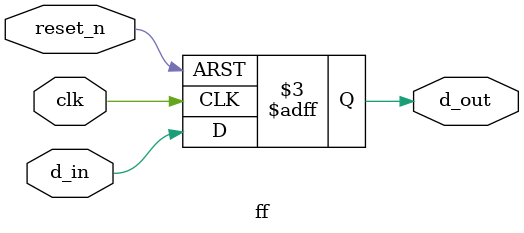
<source format=sv>
`timescale 1ns / 1ps


module ff(
    input clk,
    input reset_n,
    input d_in,
    output logic d_out
    );
    always_ff@(posedge clk,negedge reset_n)
    begin:ff_asynq_rst
    if(!reset_n)
    d_out<='b0;
    else
    d_out<=d_in;
    end:ff_asynq_rst
endmodule:ff

</source>
